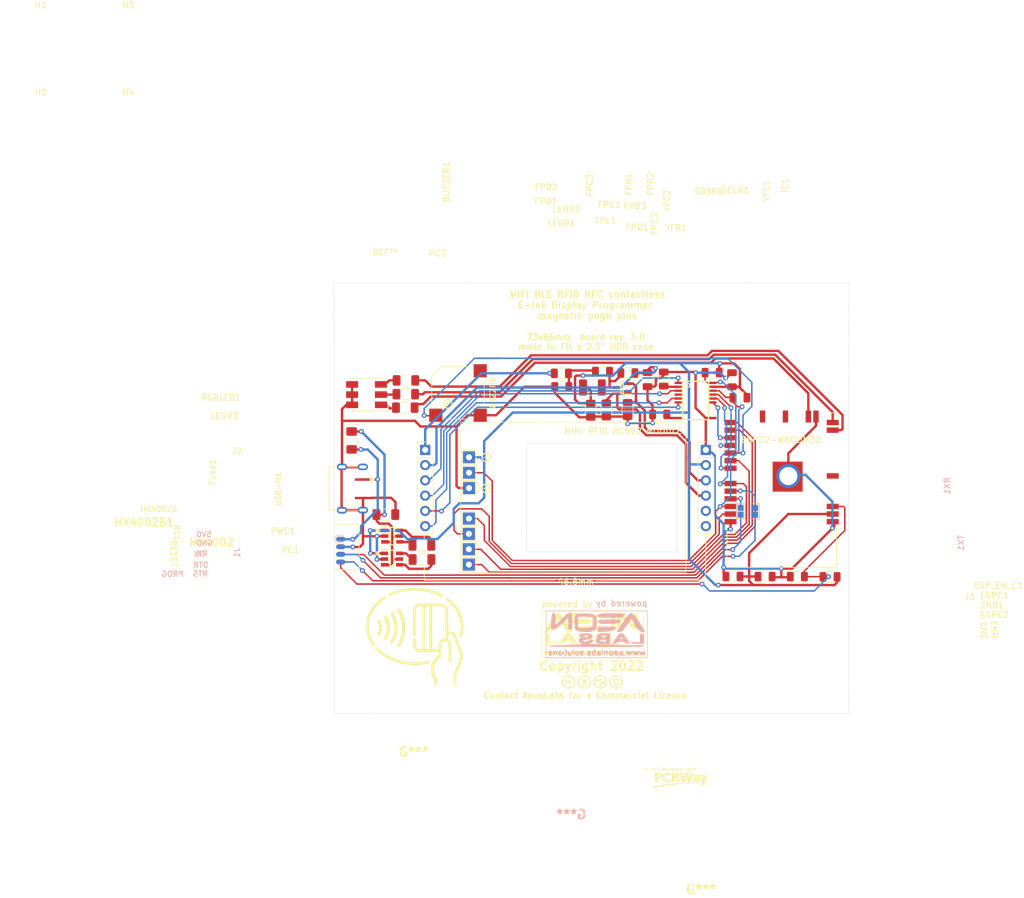
<source format=kicad_pcb>
(kicad_pcb (version 20211014) (generator pcbnew)
  (layers (0 "F.Cu" signal) (31 "B.Cu" signal) (34 "B.Paste" user) (35 "F.Paste" user) (36 "B.SilkS" user "B.Silkscreen") (37 "F.SilkS" user "F.Silkscreen") (38 "B.Mask" user) (39 "F.Mask" user) (44 "Edge.Cuts" user))
  (net 0 "")
  (net 1 "Net-(HX4002B1-Pad4)")
  (net 2 "Net-(HX4002B1-Pad6)")
  (net 3 "/IO05_BUZ")
  (net 5 "/GND")
  (net 6 "/5V0")
  (net 7 "/3V3")
  (net 8 "/IO01TX")
  (net 9 "/IO14_LED_B")
  (net 10 "/IO12_LED_G")
  (net 11 "/IO13_LED_R")
  (net 13 "/IO16_EINK_CS")
  (net 14 "/IO0_BOOT_DTR")
  (net 15 "/IO17_EINK_RES")
  (net 16 "/IO18_RF_SCK")
  (net 17 "/RST_EN_RTS")
  (net 18 "/IO03RX")
  (net 19 "/IO21_RF_MISO")
  (net 20 "/IO22_RF_RST")
  (net 21 "/IO23_RF_MOSI")
  (net 22 "/IO04_RF_SDA")
  (net 37 "/IO19_EINK_BUSY")
  (net 43 "/5V0F")
  (net 44 "/TX_IN")
  (net 45 "/RX_IN")
  (net 46 "Net-(FPC1-Pad1)")
  (net 47 "Net-(FPC1-Pad2)")
  (net 48 "/PREVGH")
  (net 49 "/PREVGL")
  (net 50 "/GDR")
  (net 51 "/RESE")
  (net 52 "Net-(Fuse1-Pad2)")
  (net 53 "Net-(HX4002-Pad4)")
  (net 54 "Net-(HX4002-Pad6)")
  (net 55 "/SDI")
  (net 56 "/1V8")
  (net 57 "/SCLK")
  (net 58 "/BUSY")
  (net 59 "/RES")
  (net 60 "/CS")
  (net 64 "Net-(IC1-Pad10)")
  (net 70 "Net-(LEDR1-Pad1)")
  (net 71 "Net-(LEDR2-Pad1)")
  (net 72 "Net-(LEDR3-Pad1)")
  (footprint "TestPoint:TestPoint_THTPad_2.0x2.0mm_Drill1.0mm" (layer "F.Cu") (at 122.86 108.31 180)
    (fp_text reference "ID3V3" hide)
    (fp_text value "RFID3v3")
  )
  (footprint "TestPoint:TestPoint_THTPad_2.0x2.0mm_Drill1.0mm" (layer "F.Cu") (at 122.87 113.44 180)
    (fp_text reference "IDGND1" hide)
    (fp_text value "RFIDGND")
  )
  (footprint "TestPoint:TestPoint_THTPad_2.0x2.0mm_Drill1.0mm" (layer "F.Cu") (at 122.85 118.52 180)
    (fp_text reference "IDMISO1" hide)
    (fp_text value "RFIDMISO")
  )
  (footprint "TestPoint:TestPoint_THTPad_2.0x2.0mm_Drill1.0mm" (layer "F.Cu") (at 122.84 121.07 180)
    (fp_text reference "IDMOSI1" hide)
    (fp_text value "RFIDMOSI")
  )
  (footprint "TestPoint:TestPoint_THTPad_2.0x2.0mm_Drill1.0mm" (layer "F.Cu") (at 122.87 110.89 180)
    (fp_text reference "IDRST1" hide)
    (fp_text value "RFIDRST")
  )
  (footprint "TestPoint:TestPoint_THTPad_2.0x2.0mm_Drill1.0mm" (layer "F.Cu") (at 122.84 123.63 180)
    (fp_text reference "IDSCK1" hide)
    (fp_text value "RFIDSCK")
  )
  (footprint "TestPoint:TestPoint_THTPad_2.0x2.0mm_Drill1.0mm" (layer "F.Cu") (at 122.84 126.18 180)
    (fp_text reference "IDSDA1" hide)
    (fp_text value "RFIDSDA")
  )
  (footprint "Fuse:Fuse_1206_3216Metric_Pad1.42x1.75mm_HandSolder" (layer "F.Cu") (at 103.33 105.51 -90)
    (fp_text reference "Fuse1")
    (fp_text value "Polyfuse")
  )
  (footprint "AeonLabs:Micro_USB_pcb_socket_5pin_4weld_points" (layer "F.Cu") (at 102.74 113.34 -90)
    (fp_text reference "USB-M1")
    (fp_text value "USB-M")
  )
  (footprint "MountingHole:MountingHole_6.5mm" (layer "F.Cu") (at 51.59 40.52)
    (fp_text reference "H1")
    (fp_text value "MountingHole")
  )
  (footprint "AeonLabs:pcbWay Logo Collab" (layer "F.Cu") (at 157.32 161.64)
    (fp_text reference "G***")
    (fp_text value "LOGO" hide)
  )
  (footprint "Resistor_SMD:R_1206_3216MetricTrue" (layer "F.Cu") (at 145.71 100.43 -90)
    (fp_text reference "FPR1")
    (fp_text value "10k")
  )
  (footprint "RF_Module:ESP32-WROOM-32" (layer "F.Cu") (at 174.89 110.78 180)
    (fp_text reference "ESP32-WROOM32")
    (fp_text value "ESP32-WROOM-32")
  )
  (footprint "Capacitor_SMD:C_1206_3216MetricTrue" (layer "F.Cu") (at 149.295 94.285)
    (fp_text reference "FPD3")
    (fp_text value "DIODE")
  )
  (footprint "AeonLabs:aeon logo www" (layer "F.Cu") (at 143.44 137.717666)
    (fp_text reference "G***" hide)
    (fp_text value "LOGO" hide)
  )
  (footprint "Capacitor_SMD:C_1206_3216MetricTrue" (layer "F.Cu") (at 143.13 100.47 -90)
    (fp_text reference "FPC3")
    (fp_text value "4.7uF")
  )
  (footprint "Capacitor_SMD:C_1206_3216MetricTrue" (layer "F.Cu") (at 172.13 128.18)
    (fp_text reference "ESPC1")
    (fp_text value "0.1uF")
  )
  (footprint "Capacitor_SMD:C_1206_3216Metric_Pad1.33x1.80mm_HandSolder" (layer "F.Cu") (at 109.02 117.85)
    (fp_text reference "PWC1")
    (fp_text value "0.1pF")
  )
  (footprint "Capacitor_SMD:C_1210_3225Metric_Pad1.33x2.70mm_HandSolder" (layer "F.Cu") (at 143.4 96.685)
    (fp_text reference "FPL1")
    (fp_text value "1uH 1A")
  )
  (footprint "MountingHole:MountingHole_6.5mm" (layer "F.Cu") (at 51.59 55.07)
    (fp_text reference "H2")
    (fp_text value "MountingHole")
  )
  (footprint "Resistor_SMD:R_1206_3216MetricTrue" (layer "F.Cu") (at 163.32 94.2175)
    (fp_text reference "SDAR1")
    (fp_text value "10k")
  )
  (footprint "AeonLabs:HX4002 SOT95 P280X125-6N" (layer "F.Cu") (at 110.0625 121.46)
    (fp_text reference "HX4002")
    (fp_text value "HX4002" hide)
  )
  (footprint "Capacitor_SMD:C_1206_3216MetricTrue" (layer "F.Cu") (at 177.5 128.18)
    (fp_text reference "ESP_EN_C1")
    (fp_text value "0.1uF")
  )
  (footprint "Capacitor_SMD:C_1206_3216Metric_Pad1.33x1.80mm_HandSolder" (layer "F.Cu") (at 115.04 125.33)
    (fp_text reference "PC2")
    (fp_text value "0.1pF")
  )
  (footprint "Capacitor_SMD:C_1206_3216MetricTrue" (layer "F.Cu") (at 145.07 94.035)
    (fp_text reference "FPC1")
    (fp_text value "4.7uF")
  )
  (footprint "Capacitor_SMD:C_1206_3216MetricTrue" (layer "F.Cu") (at 166.625 95.4075 90)
    (fp_text reference "YFC1")
    (fp_text value "0.1uF")
  )
  (footprint "AeonLabs:HX4002 SOT95 P280X125-6N" (layer "F.Cu") (at 110.02 125.28)
    (fp_text reference "HX4002B1")
    (fp_text value "HX4002" hide)
  )
  (footprint "Connector_PinHeader_2.54mm:PinHeader_1x06_P2.54mm_Vertical" (layer "F.Cu") (at 115.57 107.08)
    (fp_text reference "J2")
    (fp_text value "Conn_01x06_Female")
  )
  (footprint "Capacitor_SMD:C_1206_3216MetricTrue" (layer "F.Cu") (at 155.265 95.2925 90)
    (fp_text reference "YFC2")
    (fp_text value "0.1uF")
  )
  (footprint "Connector_PinHeader_2.54mm:PinHeader_1x06_P2.54mm_Vertical" (layer "F.Cu") (at 162.28 107.08)
    (fp_text reference "J3")
    (fp_text value "Conn_01x06_Female")
  )
  (footprint "Resistor_SMD:R_1206_3216MetricTrue" (layer "F.Cu") (at 149.26 100.355 -90)
    (fp_text reference "FPR2")
    (fp_text value "3k")
  )
  (footprint "AeonLabs:Contactless RFID" (layer "F.Cu") (at 113.85 138.16)
    (fp_text reference "G***")
    (fp_text value "LOGO" hide)
  )
  (footprint "Resistor_SMD:R_1206_3216Metric_Pad1.30x1.75mm_HandSolder" (layer "F.Cu") (at 112.36 95.51)
    (fp_text reference "LEDR1")
    (fp_text value "330R")
  )
  (footprint "MountingHole:MountingHole_5.3mm_M5" (layer "F.Cu") (at 108.42 82.88)
    (fp_text reference "REF**")
    (fp_text value "MountingHole_5.3mm_M5")
  )
  (footprint "AeonLabs:TXS0108E_YF08E_PW_R-PDSO-G20" (layer "F.Cu") (at 160.525 98.8875)
    (fp_text reference "IC1")
    (fp_text value "TXS0108E")
  )
  (footprint "Resistor_SMD:R_1206_3216MetricTrue" (layer "F.Cu") (at 167.95 98.3975)
    (fp_text reference "SCLR1")
    (fp_text value "10k")
  )
  (footprint "Capacitor_SMD:C_1206_3216MetricTrue" (layer "F.Cu") (at 152.57 95.37 -90)
    (fp_text reference "FPC2")
    (fp_text value "4.7uF")
  )
  (footprint "Capacitor_SMD:C_1206_3216MetricTrue" (layer "F.Cu") (at 166.8 128.16 180)
    (fp_text reference "ESPC2")
    (fp_text value "22uF")
  )
  (footprint "Resistor_SMD:R_1206_3216MetricTrue" (layer "F.Cu") (at 154.595 101.18 180)
    (fp_text reference "YFR1")
    (fp_text value "330")
  )
  (footprint "MountingHole:MountingHole_6.5mm" (layer "F.Cu") (at 66.14 55.07)
    (fp_text reference "H4")
    (fp_text value "MountingHole")
  )
  (footprint "Resistor_SMD:R_1206_3216Metric_Pad1.30x1.75mm_HandSolder" (layer "F.Cu") (at 112.26 100.05)
    (fp_text reference "LEDR3")
    (fp_text value "330R")
  )
  (footprint "MountingHole:MountingHole_6.5mm" (layer "F.Cu") (at 66.14 40.52)
    (fp_text reference "H3")
    (fp_text value "MountingHole")
  )
  (footprint "Capacitor_SMD:C_1206_3216MetricTrue" (layer "F.Cu") (at 138.315 96.59 180)
    (fp_text reference "FPD2")
    (fp_text value "DIODE")
  )
  (footprint "Resistor_SMD:R_1206_3216MetricTrue" (layer "F.Cu") (at 182.95 128.22 180)
    (fp_text reference "ENR1")
    (fp_text value "10k")
  )
  (footprint "Buzzer_Beeper:MagneticBuzzer_Kobitone_254-EMB84Q-RO" (layer "F.Cu") (at 121.03 97.61 90)
    (fp_text reference "BUZZER1")
    (fp_text value "Buzzer")
  )
  (footprint "AeonLabs:SI1308EDL-T1-GE3_SOT65P210X110-3N" (layer "F.Cu") (at 148.35 96.695 180)
    (fp_text reference "FPQ1")
    (fp_text value "SI1308EDL-T1-GE3")
  )
  (footprint "" (layer "F.Cu") (at 108.47 147.29)
    (fp_text reference "")
    (fp_text value "")
  )
  (footprint "Resistor_SMD:R_1206_3216Metric_Pad1.30x1.75mm_HandSolder" (layer "F.Cu") (at 112.34 97.81)
    (fp_text reference "LEDR2")
    (fp_text value "330R")
  )
  (footprint "Capacitor_SMD:C_1206_3216MetricTrue" (layer "F.Cu") (at 138.23 94.34)
    (fp_text reference "FPD1")
    (fp_text value "DIODE")
  )
  (footprint "LED_SMD:LED_RGB_5050-6" (layer "F.Cu") (at 105.81 97.88 180)
    (fp_text reference "RGBLED1")
    (fp_text value "LED_RGB")
  )
  (footprint "AeonLabs:aeon creative commons logos" (layer "F.Cu") (at 143.37 145.68)
    (fp_text reference "G***" hide)
    (fp_text value "LOGO" hide)
  )
  (footprint "Capacitor_SMD:C_1206_3216Metric_Pad1.33x1.80mm_HandSolder" (layer "F.Cu") (at 115.02 122.97 180)
    (fp_text reference "PC1")
    (fp_text value "0.1pF")
  )
  (footprint "AeonLabs:aeon logo www" (layer "B.Cu") (at 144.120001 137.757666 180)
    (fp_text reference "G***")
    (fp_text value "LOGO" hide)
  )
  (footprint "Connector:SOIC_clipProgSmall" (layer "B.Cu") (at 100.7605 123.84 90)
    (fp_text reference "J1")
    (fp_text value "Conn_01x08_Male")
  )
  (footprint "TestPoint:TestPoint_Pad_Bridge_1.0x1.0mm" (layer "B.Cu") (at 168.07 117.865 90)
    (fp_text reference "RX1")
    (fp_text value "RX1")
  )
  (footprint "TestPoint:TestPoint_Pad_Bridge_1.0x1.0mm" (layer "B.Cu") (at 170.46 117.875 90)
    (fp_text reference "TX1")
    (fp_text value "TX1")
  )
  (gr_line (start 121.48 127.52) (end 158.92 127.46) (layer "F.SilkS") (width 0.1))
  (gr_line (start 121.48 127.52) (end 121.45 102.5) (layer "F.SilkS") (width 0.1))
  (gr_circle (center 125.73 108.33) (end 126.444923 108.31) (layer "F.SilkS") (width 0.2) (fill none))
  (gr_line (start 100.49 119.47) (end 104.55 119.47) (layer "F.SilkS") (width 0.12))
  (gr_line (start 121.45 102.5) (end 158.95 102.44) (layer "F.SilkS") (width 0.1))
  (gr_line (start 162.22 128.76) (end 143.91 128.76) (layer "F.SilkS") (width 0.12))
  (gr_line (start 115.42 128.77) (end 115.42 126.7) (layer "F.SilkS") (width 0.12))
  (gr_circle (center 106.77 111.99) (end 106.98587 111.99) (layer "F.SilkS") (width 0.4) (fill none))
  (gr_circle (center 125.71 113.49) (end 126.424923 113.47) (layer "F.SilkS") (width 0.2) (fill none))
  (gr_line (start 115.42 121.85) (end 115.42 121.38) (layer "F.SilkS") (width 0.12))
  (gr_line (start 104.55 119.47) (end 104.55 127.05) (layer "F.SilkS") (width 0.12))
  (gr_line (start 115.42 124.29) (end 115.42 124.01) (layer "F.SilkS") (width 0.12))
  (gr_line (start 137.09 128.72) (end 118.78 128.74) (layer "F.SilkS") (width 0.12))
  (gr_line (start 162.28 121.52) (end 162.22 128.76) (layer "F.SilkS") (width 0.12))
  (gr_line (start 104.55 127.05) (end 100.5 127.05) (layer "F.SilkS") (width 0.12))
  (gr_line (start 118.78 128.74) (end 115.42 128.77) (layer "F.SilkS") (width 0.12))
  (gr_circle (center 119.34 99.435202) (end 120.054923 99.415202) (layer "F.SilkS") (width 0.2) (fill none))
  (gr_line (start 158.98 127.46) (end 158.95 102.44) (layer "F.SilkS") (width 0.1))
  (gr_line (start 100.43 150.93) (end 186.08 150.94) (layer "Edge.Cuts") (width 0.05))
  (gr_line (start 100.4 79.27) (end 100.43 150.93) (layer "Edge.Cuts") (width 0.05))
  (gr_line (start 132.43 124.07) (end 157.43 124.08) (layer "Edge.Cuts") (width 0.05))
  (gr_line (start 132.44 106.05) (end 132.43 124.07) (layer "Edge.Cuts") (width 0.05))
  (gr_line (start 157.44 106.06) (end 157.43 124.08) (layer "Edge.Cuts") (width 0.05))
  (gr_line (start 132.44 106.05) (end 157.44 106.06) (layer "Edge.Cuts") (width 0.05))
  (gr_line (start 100.4 79.27) (end 186.11 79.28) (layer "Edge.Cuts") (width 0.05))
  (gr_line (start 186.11 79.28) (end 186.08 150.94) (layer "Edge.Cuts") (width 0.05))
  (gr_text "GND\n" (at 78.83 122.59) (layer "B.SilkS") (effects (font (size 0.9 0.9)) (justify mirror)))
  (gr_text "TX" (at 77.84 124.45) (layer "B.SilkS") (effects (font (size 0.9 0.9)) (justify mirror)))
  (gr_text "powered by" (at 148.29 132.62) (layer "B.SilkS") (effects (font (size 1 1)) (justify mirror)))
  (gr_text "RX" (at 78.45 124.36) (layer "B.SilkS") (effects (font (size 0.9 0.9)) (justify mirror)))
  (gr_text "PROG" (at 73.54 127.76) (layer "B.SilkS") (effects (font (size 0.9 0.9)) (justify mirror)))
  (gr_text "5V0" (at 78.78 121.15) (layer "B.SilkS") (effects (font (size 0.9 0.9)) (justify mirror)))
  (gr_text "RTS" (at 78.14 127.71) (layer "B.SilkS") (effects (font (size 0.9 0.9)) (justify mirror)))
  (gr_text "DTR" (at 78.22 126.28) (layer "B.SilkS") (effects (font (size 0.9 0.9)) (justify mirror)))
  (gr_text "73x86mm  board rev. 1.0\nmade to Fit a 2.5{dblquote} HDD case" (at 142.31 89.09) (layer "F.SilkS") (effects (font (size 1 1) (thickness 0.2))))
  (gr_text "MINI RFID RC522 MODULE" (at 148.52 103.95) (layer "F.SilkS") (effects (font (size 1 1))))
  (gr_text "Copyright 2022 " (at 143.84 143.08) (layer "F.SilkS") (effects (font (size 1.5 1.5) (thickness 0.3))))
  (gr_text "Contact AeonLabs for a Commercial License" (at 142.23 147.96) (layer "F.SilkS") (effects (font (size 1 1) (thickness 0.2))))
  (gr_text "WIFI BLE RFID NFC contactless\nE-Ink Display Programmer \nmagnetic pogo pins" (at 142.56 82.97) (layer "F.SilkS") (effects (font (size 1.1 1.1) (thickness 0.2))))
  (gr_text "+" (at 125.73 108.284798) (layer "F.SilkS") (effects (font (size 1 1))))
  (gr_text "46.8mm" (at 140.67 129.03) (layer "F.SilkS") (effects (font (size 1 1))))
  (gr_text "BUZZER" (at 126.74 97.55 -90) (layer "F.SilkS") (effects (font (size 0.9 0.9))))
  (gr_text "RESET" (at 73.73 124.33 -90) (layer "F.SilkS") (effects (font (size 1 1))))
  (gr_text "+" (at 119.33 99.33) (layer "F.SilkS") (effects (font (size 1 1))))
  (gr_text "RC1" (at 74.25 120.9 -90) (layer "F.SilkS") (effects (font (size 0.9 0.9))))
  (gr_text "ENC" (at 208.5 137.19 -90) (layer "F.SilkS") (effects (font (size 1 1))))
  (gr_text "powered by" (at 139.15 132.77) (layer "F.SilkS") (effects (font (size 1 1))))
  (gr_text "HX4002B" (at 71.22 116.92) (layer "F.SilkS") (effects (font (size 0.9 0.9))))
  (gr_text "ENR" (at 210.29 136.97 -90) (layer "F.SilkS") (effects (font (size 1 1))))
  (gr_text "-" (at 125.71 113.415202) (layer "F.SilkS") (effects (font (size 1 1))))
  (segment (start 116.6025 125.33) (end 116.6025 126.3475) (width 0.4) (layer "F.Cu") (net 1))
  (segment (start 116.07 126.88) (end 112.89 126.88) (width 0.4) (layer "F.Cu") (net 1))
  (segment (start 112.22 126.21) (end 111.31 126.21) (width 0.4) (layer "F.Cu") (net 1))
  (segment (start 116.6025 126.3475) (end 116.07 126.88) (width 0.4) (layer "F.Cu") (net 1))
  (segment (start 112.89 126.88) (end 112.22 126.21) (width 0.4) (layer "F.Cu") (net 1))
  (segment (start 113.3775 125.3275) (end 113.48 125.3275) (width 0.4) (layer "F.Cu") (net 2))
  (segment (start 111.31 124.31) (end 112.36 124.31) (width 0.4) (layer "F.Cu") (net 2))
  (segment (start 112.36 124.31) (end 113.3775 125.3275) (width 0.4) (layer "F.Cu") (net 2))
  (segment (start 166.39 107.605) (end 168.465 107.605) (width 0.25) (layer "F.Cu") (net 3))
  (segment (start 115.37 101.4) (end 117.37 101.4) (width 0.25) (layer "F.Cu") (net 3))
  (via (at 115.4 101.36) (size 0.8) (drill 0.4) (layers "F.Cu" "B.Cu") (net 3))
  (via (at 168.465 107.605) (size 0.8) (drill 0.4) (layers "F.Cu" "B.Cu") (net 3))
  (segment (start 169.93 99.83) (end 169.93 95.84) (width 0.25) (layer "B.Cu") (net 3))
  (segment (start 168.465 107.605) (end 168.465 101.295) (width 0.25) (layer "B.Cu") (net 3))
  (segment (start 168.465 101.295) (end 169.93 99.83) (width 0.25) (layer "B.Cu") (net 3))
  (segment (start 169.93 95.84) (end 165.92 91.83) (width 0.25) (layer "B.Cu") (net 3))
  (segment (start 165.92 91.83) (end 127.82 91.83) (width 0.25) (layer "B.Cu") (net 3))
  (segment (start 115.4 101.36) (end 115.4 100.21) (width 0.25) (layer "B.Cu") (net 3))
  (segment (start 127.82 91.83) (end 124.97 91.83) (width 0.25) (layer "B.Cu") (net 3))
  (segment (start 115.4 100.21) (end 123.78 91.83) (width 0.25) (layer "B.Cu") (net 3))
  (segment (start 123.78 91.83) (end 127.82 91.83) (width 0.25) (layer "B.Cu") (net 3))
  (segment (start 124.97 91.83) (end 124.66 91.83) (width 0.25) (layer "B.Cu") (net 3))
  (segment (start 149.26 101.535) (end 143.245 101.535) (width 0.4) (layer "F.Cu") (net 5))
  (segment (start 152.57 96.55) (end 153.7225 96.55) (width 0.4) (layer "F.Cu") (net 5))
  (segment (start 109.9 115.06) (end 106.76 115.06) (width 0.4) (layer "F.Cu") (net 5))
  (segment (start 180.605 101.525) (end 180.605 103.065) (width 0.4) (layer "F.Cu") (net 5))
  (segment (start 160.57 100.085) (end 162.265 101.78) (width 0.4) (layer "F.Cu") (net 5))
  (segment (start 137.135 97.575) (end 141.21 101.65) (width 0.4) (layer "F.Cu") (net 5))
  (segment (start 166.5325 94.2275) (end 165.57 95.19) (width 0.4) (layer "F.Cu") (net 5))
  (segment (start 155.265 94.655) (end 155.265 94.1125) (width 0.4) (layer "F.Cu") (net 5))
  (segment (start 121.13 113.44) (end 122.87 113.44) (width 0.4) (layer "F.Cu") (net 5))
  (segment (start 166.625 94.2275) (end 166.625 94.035) (width 0.4) (layer "F.Cu") (net 5))
  (segment (start 166.625 94.2275) (end 166.5325 94.2275) (width 0.4) (layer "F.Cu") (net 5))
  (segment (start 183.34 120.13) (end 176.63 126.84) (width 0.4) (layer "F.Cu") (net 5))
  (segment (start 105.22 115.125) (end 105.22 116.795) (width 0.4) (layer "F.Cu") (net 5))
  (segment (start 173.6975 128.28) (end 175.9425 128.28) (width 0.4) (layer "F.Cu") (net 5))
  (segment (start 153.41 101.1475) (end 153.41 99.6725) (width 0.4) (layer "F.Cu") (net 5))
  (segment (start 174.84 126.84) (end 174.84 128.27) (width 0.4) (layer "F.Cu") (net 5))
  (segment (start 101.68 117.17) (end 101.66 117.19) (width 0.25) (layer "F.Cu") (net 5))
  (segment (start 104.68 123.25) (end 105.21 122.72) (width 0.4) (layer "F.Cu") (net 5))
  (segment (start 153.7225 96.55) (end 153.955 96.3175) (width 0.4) (layer "F.Cu") (net 5))
  (segment (start 120.79 103.18) (end 114.79 103.18) (width 0.4) (layer "F.Cu") (net 5))
  (segment (start 162.265 107.475) (end 162.27 107.48) (width 0.4) (layer "F.Cu") (net 5))
  (segment (start 166.39 119.035) (end 166.39 120.28) (width 0.4) (layer "F.Cu") (net 5))
  (segment (start 103.5045 123.25) (end 104.68 123.25) (width 0.4) (layer "F.Cu") (net 5))
  (segment (start 101.73 109.91) (end 101.73 102.24) (width 0.4) (layer "F.Cu") (net 5))
  (segment (start 105.25 121.47) (end 105.21 121.43) (width 0.4) (layer "F.Cu") (net 5))
  (segment (start 143.245 101.535) (end 143.13 101.65) (width 0.4) (layer "F.Cu") (net 5))
  (segment (start 102.44 99.58) (end 103.41 99.58) (width 0.4) (layer "F.Cu") (net 5))
  (segment (start 105.21 121.43) (end 105.21 117.11) (width 0.4) (layer "F.Cu") (net 5))
  (segment (start 162.265 101.78) (end 162.265 107.475) (width 0.4) (layer "F.Cu") (net 5))
  (segment (start 108.6425 125.31) (end 107.54 125.31) (width 0.4) (layer "F.Cu") (net 5))
  (segment (start 176.63 126.84) (end 174.84 126.84) (width 0.4) (layer "F.Cu") (net 5))
  (segment (start 127.36 101.31) (end 124.73 101.31) (width 0.4) (layer "F.Cu") (net 5))
  (segment (start 122.66 101.31) (end 120.79 103.18) (width 0.4) (layer "F.Cu") (net 5))
  (segment (start 153.955 95.415) (end 154.26 95.11) (width 0.4) (layer "F.Cu") (net 5))
  (segment (start 183.66 119.035) (end 183.66 119.81) (width 0.4) (layer "F.Cu") (net 5))
  (segment (start 110.635 117.88) (end 110.635 115.795) (width 0.4) (layer "F.Cu") (net 5))
  (segment (start 104.87 116.77) (end 105.21 117.11) (width 0.4) (layer "F.Cu") (net 5))
  (segment (start 105.16 117.11) (end 101.7 117.11) (width 0.4) (layer "F.Cu") (net 5))
  (segment (start 107.54 121.47) (end 105.25 121.47) (width 0.4) (layer "F.Cu") (net 5))
  (segment (start 149.26 101.535) (end 149.26 102.64) (width 0.4) (layer "F.Cu") (net 5))
  (segment (start 120.79 113.1) (end 121.13 113.44) (width 0.4) (layer "F.Cu") (net 5))
  (segment (start 160.57 94.23) (end 160.57 100.085) (width 0.4) (layer "F.Cu") (net 5))
  (segment (start 162.265 101.78) (end 163.255 101.78) (width 0.4) (layer "F.Cu") (net 5))
  (segment (start 120.79 103.18) (end 120.79 113.1) (width 0.4) (layer "F.Cu") (net 5))
  (segment (start 102.4 109.835) (end 102.38 109.815) (width 0.25) (layer "F.Cu") (net 5))
  (segment (start 154.81 95.11) (end 155.265 94.655) (width 0.4) (layer "F.Cu") (net 5))
  (segment (start 153.415 101.18) (end 153.415 102.525) (width 0.4) (layer "F.Cu") (net 5))
  (segment (start 165.2375 128.16) (end 165.2375 126.6425) (width 0.4) (layer "F.Cu") (net 5))
  (segment (start 137.5 96.575) (end 132.095 96.575) (width 0.4) (layer "F.Cu") (net 5))
  (segment (start 155.265 94.1125) (end 160.4525 94.1125) (width 0.4) (layer "F.Cu") (net 5))
  (segment (start 101.73 102.24) (end 113.85 102.24) (width 0.4) (layer "F.Cu") (net 5))
  (segment (start 110.635 115.795) (end 109.9 115.06) (width 0.4) (layer "F.Cu") (net 5))
  (segment (start 153.955 96.3175) (end 153.955 95.415) (width 0.4) (layer "F.Cu") (net 5))
  (segment (start 154.26 95.11) (end 154.81 95.11) (width 0.4) (layer "F.Cu") (net 5))
  (segment (start 180.605 103.065) (end 176.01 107.66) (width 0.4) (layer "F.Cu") (net 5))
  (segment (start 106.64 115.1) (end 105.26 115.1) (width 0.4) (layer "F.Cu") (net 5))
  (segment (start 113.85 102.24) (end 114.79 103.18) (width 0.4) (layer "F.Cu") (net 5))
  (segment (start 152.57 98.8325) (end 152.57 96.55) (width 0.4) (layer "F.Cu") (net 5))
  (segment (start 132.095 96.575) (end 127.36 101.31) (width 0.4) (layer "F.Cu") (net 5))
  (segment (start 101.66 117.19) (end 101.66 109.97) (width 0.4) (layer "F.Cu") (net 5))
  (segment (start 137.135 96.59) (end 137.135 97.575) (width 0.4) (layer "F.Cu") (net 5))
  (segment (start 160.4525 94.1125) (end 160.57 94.23) (width 0.4) (layer "F.Cu") (net 5))
  (segment (start 124.73 101.31) (end 122.66 101.31) (width 0.4) (layer "F.Cu") (net 5))
  (segment (start 101.73 100.29) (end 102.44 99.58) (width 0.4) (layer "F.Cu") (net 5))
  (segment (start 101.595 109.97) (end 105.245 109.97) (width 0.4) (layer "F.Cu") (net 5))
  (segment (start 101.73 102.24) (end 101.73 100.29) (width 0.4) (layer "F.Cu") (net 5))
  (segment (start 103.41 96.18) (end 103.41 99.58) (width 0.4) (layer "F.Cu") (net 5))
  (segment (start 105.21 122.72) (end 105.21 121.43) (width 0.4) (layer "F.Cu") (net 5))
  (segment (start 176.01 107.66) (end 176.01 111.44) (width 0.4) (layer "F.Cu") (net 5))
  (segment (start 141.21 101.65) (end 143.13 101.65) (width 0.4) (layer "F.Cu") (net 5))
  (segment (start 183.66 119.81) (end 183.34 120.13) (width 0.4) (layer "F.Cu") (net 5))
  (segment (start 108.6425 121.47) (end 107.54 121.47) (width 0.4) (layer "F.Cu") (net 5))
  (segment (start 153.41 99.6725) (end 152.57 98.8325) (width 0.4) (layer "F.Cu") (net 5))
  (via (at 166.39 120.28) (size 0.8) (drill 0.4) (layers "F.Cu" "B.Cu") (net 5))
  (via (at 165.2375 126.6425) (size 0.8) (drill 0.4) (layers "F.Cu" "B.Cu") (net 5))
  (via (at 165.59 95.12) (size 0.8) (drill 0.4) (layers "F.Cu" "B.Cu") (net 5))
  (via (at 183.34 120.13) (size 0.8) (drill 0.4) (layers "F.Cu" "B.Cu") (net 5))
  (via (at 176.01 111.44) (size 4) (drill 3) (layers "F.Cu" "B.Cu") (net 5))
  (via (at 153.41 102.61) (size 0.8) (drill 0.4) (layers "F.Cu" "B.Cu") (net 5))
  (via (at 174.84 126.84) (size 0.8) (drill 0.4) (layers "F.Cu" "B.Cu") (net 5))
  (via (at 103.5045 123.25) (size 0.8) (drill 0.4) (layers "F.Cu" "B.Cu") (net 5))
  (via (at 107.54 125.31) (size 0.8) (drill 0.4) (layers "F.Cu" "B.Cu") (net 5))
  (via (at 107.54 121.47) (size 0.8) (drill 0.4) (layers "F.Cu" "B.Cu") (net 5))
  (via (at 160.57 94.23) (size 0.8) (drill 0.4) (layers "F.Cu" "B.Cu") (net 5))
  (via (at 149.27 102.75) (size 0.8) (drill 0.4) (layers "F.Cu" "B.Cu") (net 5))
  (segment (start 101.5795 123.235) (end 103.3395 123.235) (width 0.4) (layer "B.Cu") (net 5))
  (segment (start 164.53 94.23) (end 163.66 94.23) (width 0.4) (layer "B.Cu") (net 5))
  (segment (start 166.39 120.28) (end 166 120.28) (width 0.4) (layer "B.Cu") (net 5))
  (segment (start 149.41 102.61) (end 149.27 102.75) (width 0.4) (layer "B.Cu") (net 5))
  (segment (start 178.87 111.24) (end 183.34 115.71) (width 0.4) (layer "B.Cu") (net 5))
  (segment (start 163.66 94.23) (end 164.61 94.23) (width 0.4) (layer "B.Cu") (net 5))
  (segment (start 174.84 126.84) (end 165.44 126.84) (width 0.4) (layer "B.Cu") (net 5))
  (segment (start 163.75 117.93) (end 163.75 108.01) (width 0.4) (layer "B.Cu") (net 5))
  (segment (start 165.2375 119.4175) (end 163.75 117.93) (width 0.4) (layer "B.Cu") (net 5))
  (segment (start 165.2375 121.4975) (end 165.2375 126.6425) (width 0.4) (layer "B.Cu") (net 5))
  (segment (start 153.41 102.61) (end 149.41 102.61) (width 0.4) (layer "B.Cu") (net 5))
  (segment (start 164.61 94.23) (end 165.57 95.19) (width 0.4) (layer "B.Cu") (net 5))
  (segment (start 176.63 111.24) (end 178.87 111.24) (width 0.4) (layer "B.Cu") (net 5))
  (segment (start 163.66 94.23) (end 160.57 94.23) (width 0.4) (layer "B.Cu") (net 5))
  (segment (start 165.2375 121.4975) (end 165.2375 119.4175) (width 0.4) (layer "B.Cu") (net 5))
  (segment (start 166 120.28) (end 165.2375 121.0425) (width 0.4) (layer "B.Cu") (net 5))
  (segment (start 163.75 108.01) (end 163.22 107.48) (width 0.4) (layer "B.Cu") (net 5))
  (segment (start 165.44 126.84) (end 165.24 126.64) (width 0.4) (layer "B.Cu") (net 5))
  (segment (start 165.2375 121.0425) (end 165.2375 121.4975) (width 0.4) (layer "B.Cu") (net 5))
  (segment (start 163.22 107.48) (end 162.27 107.48) (width 0.4) (layer "B.Cu") (net 5))
  (segment (start 183.34 115.71) (end 183.34 120.13) (width 0.4) (layer "B.Cu") (net 5))
  (segment (start 107.54 125.31) (end 107.54 121.47) (width 0.4) (layer "B.Cu") (net 5))
  (segment (start 110.06 121.86) (end 110.06 122.55) (width 0.4) (layer "F.Cu") (net 6))
  (segment (start 110.06 119.93) (end 109.49 119.36) (width 0.4) (layer "F.Cu") (net 6))
  (segment (start 110.06 122.55) (end 110.06 125.91) (width 0.4) (layer "F.Cu") (net 6))
  (segment (start 107.94 119.36) (end 107.51 118.93) (width 0.4) (layer "F.Cu") (net 6))
  (segment (start 107.51 118.93) (end 107.51 117.88) (width 0.4) (layer "F.Cu") (net 6))
  (segment (start 111.1425 125.31) (end 110.1225 125.31) (width 0.4) (layer "F.Cu") (net 6))
  (segment (start 109.5925 126.26) (end 108.6425 126.26) (width 0.4) (layer "F.Cu") (net 6))
  (segment (start 110.46 121.46) (end 110.06 121.86) (width 0.4) (layer "F.Cu") (net 6))
  (segment (start 103.33 104.0225) (end 104.9475 104.0225) (width 0.4) (layer "F.Cu") (net 6))
  (segment (start 110.05 125.94) (end 109.71 126.28) (width 0.4) (layer "F.Cu") (net 6))
  (segment (start 110.06 121.86) (end 110.06 119.93) (width 0.4) (layer "F.Cu") (net 6))
  (segment (start 111.27 121.46) (end 110.46 121.46) (width 0.4) (layer "F.Cu") (net 6))
  (segment (start 108.77 122.41) (end 109.92 122.41) (width 0.4) (layer "F.Cu") (net 6))
  (segment (start 109.49 119.36) (end 107.94 119.36) (width 0.4) (layer "F.Cu") (net 6))
  (segment (start 107.51 117.88) (end 108.64 117.88) (width 0.4) (layer "F.Cu") (net 6))
  (via (at 108.81 117.87) (size 0.8) (drill 0.4) (layers "F.Cu" "B.Cu") (net 6))
  (via (at 104.9475 104.0225) (size 0.8) (drill 0.4) (layers "F.Cu" "B.Cu") (net 6))
  (segment (start 108.81 107.885) (end 104.9475 104.0225) (width 0.4) (layer "B.Cu") (net 6))
  (segment (start 108.81 117.87) (end 108.81 107.885) (width 0.4) (layer "B.Cu") (net 6))
  (segment (start 169.48 128.16) (end 169.48 128.9) (width 0.4) (layer "F.Cu") (net 7))
  (segment (start 175.995 117.765) (end 183.39 117.765) (width 0.4) (layer "F.Cu") (net 7))
  (segment (start 122.85 108.32) (end 122.86 108.31) (width 0.4) (layer "F.Cu") (net 7))
  (segment (start 169.48 127.35) (end 169.48 124.28) (width 0.4) (layer "F.Cu") (net 7))
  (segment (start 169.48 124.28) (end 175.995 117.765) (width 0.4) (layer "F.Cu") (net 7))
  (segment (start 171.78 129.59) (end 164.35 129.59) (width 0.4) (layer "F.Cu") (net 7))
  (segment (start 106.445 124.3) (end 108.595 124.3) (width 0.4) (layer "F.Cu") (net 7))
  (segment (start 169.13 97.9325) (end 167.95 96.7525) (width 0.4) (layer "F.Cu") (net 7))
  (segment (start 169.13 98.3975) (end 169.13 97.9325) (width 0.4) (layer "F.Cu") (net 7))
  (segment (start 141.11 99.3) (end 140.51 98.7) (width 0.4) (layer "F.Cu") (net 7))
  (segment (start 140.51 98.7) (end 140.51 94.93) (width 0.4) (layer "F.Cu") (net 7))
  (segment (start 168.3625 128.16) (end 169.48 128.16) (width 0.4) (layer "F.Cu") (net 7))
  (segment (start 106.43 120.51) (end 106.42 120.52) (width 0.4) (layer "F.Cu") (net 7))
  (segment (start 170.17 129.59) (end 171.78 129.59) (width 0.4) (layer "F.Cu") (net 7))
  (segment (start 170.5475 128.16) (end 170.5675 128.18) (width 0.4) (layer "F.Cu") (net 7))
  (segment (start 108.8125 120.51) (end 106.43 120.51) (width 0.4) (layer "F.Cu") (net 7))
  (segment (start 166.97 92.68) (end 167.95 93.66) (width 0.4) (layer "F.Cu") (net 7))
  (segment (start 108.9325 124.32) (end 108.9625 124.29) (width 0.4) (layer "F.Cu") (net 7))
  (segment (start 183.68 129.59) (end 184.12 129.15) (width 0.4) (layer "F.Cu") (net 7))
  (segment (start 171.78 129.59) (end 183.68 129.59) (width 0.4) (layer "F.Cu") (net 7))
  (segment (start 140.51 94.93) (end 140.74 94.7) (width 0.4) (layer "F.Cu") (net 7))
  (segment (start 164.5 92.9625) (end 164.5 94.2175) (width 0.4) (layer "F.Cu") (net 7))
  (segment (start 167.95 96.7525) (end 167.95 93.66) (width 0.4) (layer "F.Cu") (net 7))
  (segment (start 169.48 128.9) (end 170.17 129.59) (width 0.4) (layer "F.Cu") (net 7))
  (segment (start 143.13 99.3) (end 141.11 99.3) (width 0.4) (layer "F.Cu") (net 7))
  (segment (start 140.74 94.7) (end 141.84 94.7) (width 0.4) (layer "F.Cu") (net 7))
  (segment (start 183.66 117.765) (end 182.115 117.765) (width 0.4) (layer "F.Cu") (net 7))
  (segment (start 166.625 96.5775) (end 167.775 96.5775) (width 0.4) (layer "F.Cu") (net 7))
  (segment (start 169.48 127.07) (end 169.48 127.35) (width 0.4) (layer "F.Cu") (net 7))
  (segment (start 169.48 128.16) (end 170.5475 128.16) (width 0.4) (layer "F.Cu") (net 7))
  (segment (start 184.12 129.15) (end 184.12 128.22) (width 0.4) (layer "F.Cu") (net 7))
  (segment (start 141.8375 96.685) (end 142.59 96.685) (width 0.4) (layer "F.Cu") (net 7))
  (segment (start 169.48 127.35) (end 169.48 128.16) (width 0.4) (layer "F.Cu") (net 7))
  (segment (start 143.13 97.225) (end 143.13 99.3) (width 0.4) (layer "F.Cu") (net 7))
  (segment (start 166.625 96.5775) (end 163.475 96.5775) (width 0.4) (layer "F.Cu") (net 7))
  (segment (start 167.775 96.5775) (end 167.95 96.7525) (width 0.4) (layer "F.Cu") (net 7))
  (segment (start 142.59 96.685) (end 143.13 97.225) (width 0.4) (layer "F.Cu") (net 7))
  (segment (start 164.81125 92.65125) (end 164.5 92.9625) (width 0.4) (layer "F.Cu") (net 7))
  (segment (start 164.61 92.68) (end 166.97 92.68) (width 0.4) (layer "F.Cu") (net 7))
  (via (at 164.35 129.59) (size 0.8) (drill 0.4) (layers "F.Cu" "B.Cu") (net 7))
  (via (at 106.46 124.3) (size 0.8) (drill 0.4) (layers "F.Cu" "B.Cu") (net 7))
  (via (at 141.84 94.7) (size 0.8) (drill 0.4) (layers "F.Cu" "B.Cu") (net 7))
  (via (at 106.42 120.52) (size 0.8) (drill 0.4) (layers "F.Cu" "B.Cu") (net 7))
  (via (at 164.61 92.68) (size 0.8) (drill 0.4) (layers "F.Cu" "B.Cu") (net 7))
  (segment (start 159.47 100.75) (end 159.36 100.86) (width 0.4) (layer "B.Cu") (net 7))
  (segment (start 148.9 92.64) (end 146.84 94.7) (width 0.4) (layer "B.Cu") (net 7))
  (segment (start 120.32 119.22) (end 117.6 121.94) (width 0.4) (layer "B.Cu") (net 7))
  (segment (start 125.39 108.93) (end 124.77 108.31) (width 0.4) (layer "B.Cu") (net 7))
  (segment (start 125.39 115.04) (end 124.46 115.97) (width 0.4) (layer "B.Cu") (net 7))
  (segment (start 106.42 124.26) (end 106.46 124.3) (width 0.4) (layer "B.Cu") (net 7))
  (segment (start 157.96 92.64) (end 148.9 92.64) (width 0.4) (layer "B.Cu") (net 7))
  (segment (start 158.76 100.86) (end 130.15 100.86) (width 0.4) (layer "B.Cu") (net 7))
  (segment (start 106.42 120.52) (end 106.42 124.26) (width 0.4) (layer "B.Cu") (net 7))
  (segment (start 111.19 120.52) (end 106.42 120.52) (width 0.4) (layer "B.Cu") (net 7))
  (segment (start 125.39 109.37) (end 125.39 115.04) (width 0.4) (layer "B.Cu") (net 7))
  (segment (start 125.39 105.62) (end 125.39 109.37) (width 0.4) (layer "B.Cu") (net 7))
  (segment (start 112.61 121.94) (end 111.19 120.52) (width 0.4) (layer "B.Cu") (net 7))
  (segment (start 146.84 94.7) (end 141.84 94.7) (width 0.4) (layer "B.Cu") (net 7))
  (segment (start 160.29 92.64) (end 157.96 92.64) (width 0.4) (layer "B.Cu") (net 7))
  (segment (start 163.83 129.57) (end 164.38 129.57) (width 0.4) (layer "B.Cu") (net 7))
  (segment (start 159.47 108.28) (end 159.47 109.5) (width 0.4) (layer "B.Cu") (net 7))
  (segment (start 159.47 108.83) (end 159.47 108.28) (width 0.4) (layer "B.Cu") (net 7))
  (segment (start 117.6 121.94) (end 112.61 121.94) (width 0.4) (layer "B.Cu") (net 7))
  (segment (start 159.47 108.28) (end 159.47 100.75) (width 0.4) (layer "B.Cu") (net 7))
  (segment (start 158.76 100.86) (end 158.98 100.86) (width 0.4) (layer "B.Cu") (net 7))
  (segment (start 159.47 125.21) (end 163.83 129.57) (width 0.4) (layer "B.Cu") (net 7))
  (segment (start 157.96 92.64) (end 159.47 94.15) (width 0.4) (layer "B.Cu") (net 7))
  (segment (start 159.47 94.15) (end 159.47 100.75) (width 0.4) (layer "B.Cu") (net 7))
  (segment (start 120.32 116.91) (end 120.32 119.22) (width 0.4) (layer "B.Cu") (net 7))
  (segment (start 124.77 108.31) (end 122.86 108.31) (width 0.4) (layer "B.Cu") (net 7))
  (segment (start 159.47 109.5) (end 159.47 125.21) (width 0.4) (layer "B.Cu") (net 7))
  (segment (start 121.26 115.97) (end 120.32 116.91) (width 0.4) (layer "B.Cu") (net 7))
  (segment (start 162.16 109.5) (end 162.28 109.62) (width 0.4) (layer "B.Cu") (net 7))
  (segment (start 159.47 109.5) (end 162.16 109.5) (width 0.4) (layer "B.Cu") (net 7))
  (segment (start 162.84 110.02) (end 162.27 110.02) (width 0.4) (layer "B.Cu") (net 7))
  (segment (start 164.81125 92.65125) (end 164.8 92.64) (width 0.4) (layer "B.Cu") (net 7))
  (segment (start 158.98 100.86) (end 159.36 100.86) (width 0.4) (layer "B.Cu") (net 7))
  (segment (start 130.15 100.86) (end 125.39 105.62) (width 0.4) (layer "B.Cu") (net 7))
  (segment (start 164.8 92.64) (end 160.29 92.64) (width 0.4) (layer "B.Cu") (net 7))
  (segment (start 124.46 115.97) (end 121.26 115.97) (width 0.4) (layer "B.Cu") (net 7))
  (segment (start 125.39 109.37) (end 125.39 108.93) (width 0.4) (layer "B.Cu") (net 7))
  (segment (start 167.985 115.23) (end 166.33 115.23) (width 0.25) (layer "F.Cu") (net 8))
  (via (at 168.06 115.18) (size 0.8) (drill 0.4) (layers "F.Cu" "B.Cu") (net 8))
  (segment (start 168.06 115.18) (end 168.06 116.735) (width 0.25) (layer "B.Cu") (net 8))
  (segment (start 168.06 116.735) (end 168.07 116.745) (width 0.25) (layer "B.Cu") (net 8))
  (segment (start 115.57 95.51) (end 116.6 96.54) (width 0.4) (layer "F.Cu") (net 9))
  (segment (start 113.91 95.51) (end 115.57 95.51) (width 0.4) (layer "F.Cu") (net 9))
  (segment (start 163.29 90.6) (end 174.35 90.6) (width 0.4) (layer "F.Cu") (net 9))
  (segment (start 133.19 91.33) (end 162.56 91.33) (width 0.4) (layer "F.Cu") (net 9))
  (segment (start 127.98 96.54) (end 133.19 91.33) (width 0.4) (layer "F.Cu") (net 9))
  (segment (start 185.02 101.27) (end 185.02 103.58) (width 0.4) (layer "F.Cu") (net 9))
  (segment (start 162.56 91.33) (end 163.29 90.6) (width 0.4) (layer "F.Cu") (net 9))
  (segment (start 174.35 90.6) (end 185.02 101.27) (width 0.4) (layer "F.Cu") (net 9))
  (segment (start 116.6 96.54) (end 127.98 96.54) (width 0.4) (layer "F.Cu") (net 9))
  (segment (start 185.02 103.58) (end 184.805 103.795) (width 0.4) (layer "F.Cu") (net 9))
  (segment (start 184.805 103.795) (end 183.39 103.795) (width 0.4) (layer "F.Cu") (net 9))
  (segment (start 173.81 91.23) (end 183.39 100.81) (width 0.4) (layer "F.Cu") (net 10))
  (segment (start 127.96 97.49) (end 133.48 91.97) (width 0.4) (layer "F.Cu") (net 10))
  (segment (start 163.6 91.23) (end 173.81 91.23) (width 0.4) (layer "F.Cu") (net 10))
  (segment (start 113.89 97.81) (end 115.19 97.81) (width 0.4) (layer "F.Cu") (net 10))
  (segment (start 133.48 91.97) (end 162.86 91.97) (width 0.4) (layer "F.Cu") (net 10))
  (segment (start 183.39 100.81) (end 183.39 102.525) (width 0.4) (layer "F.Cu") (net 10))
  (segment (start 115.51 97.49) (end 127.96 97.49) (width 0.4) (layer "F.Cu") (net 10))
  (segment (start 115.19 97.81) (end 115.51 97.49) (width 0.4) (layer "F.Cu") (net 10))
  (segment (start 162.86 91.97) (end 163.6 91.23) (width 0.4) (layer "F.Cu") (net 10))
  (segment (start 115.23 99.46) (end 116.49 98.2) (width 0.4) (layer "F.Cu") (net 11))
  (segment (start 163.85 91.86) (end 173.52 91.86) (width 0.4) (layer "F.Cu") (net 11))
  (segment (start 113.81 100.05) (end 114.4 99.46) (width 0.4) (layer "F.Cu") (net 11))
  (segment (start 179.335 97.675) (end 179.335 101.525) (width 0.4) (layer "F.Cu") (net 11))
  (segment (start 128.2 98.2) (end 133.83 92.57) (width 0.4) (layer "F.Cu") (net 11))
  (segment (start 133.83 92.57) (end 163.14 92.57) (width 0.4) (layer "F.Cu") (net 11))
  (segment (start 114.4 99.46) (end 115.23 99.46) (width 0.4) (layer "F.Cu") (net 11))
  (segment (start 163.14 92.57) (end 163.85 91.86) (width 0.4) (layer "F.Cu") (net 11))
  (segment (start 173.52 91.86) (end 179.335 97.675) (width 0.4) (layer "F.Cu") (net 11))
  (segment (start 116.49 98.2) (end 128.2 98.2) (width 0.4) (layer "F.Cu") (net 11))
  (segment (start 164.685 105.065) (end 164.67 105.08) (width 0.25) (layer "F.Cu") (net 13))
  (segment (start 166.39 105.065) (end 164.685 105.065) (width 0.25) (layer "F.Cu") (net 13))
  (segment (start 163.475 99.255) (end 164.29 100.07) (width 0.25) (layer "F.Cu") (net 13))
  (segment (start 163.475 99.1775) (end 163.475 99.255) (width 0.25) (layer "F.Cu") (net 13))
  (via (at 164.29 100.07) (size 0.8) (drill 0.4) (layers "F.Cu" "B.Cu") (net 13))
  (via (at 164.67 105.08) (size 0.8) (drill 0.4) (layers "F.Cu" "B.Cu") (net 13))
  (segment (start 164.29 100.07) (end 164.29 104.7) (width 0.25) (layer "B.Cu") (net 13))
  (segment (start 164.29 104.7) (end 164.67 105.08) (width 0.25) (layer "B.Cu") (net 13))
  (segment (start 164.29 100.07) (end 164.29 100.83) (width 0.25) (layer "B.Cu") (net 13))
  (segment (start 170.5 105.53) (end 170.5 119.77) (width 0.25) (layer "F.Cu") (net 14))
  (segment (start 105.34 124.51) (end 101.5 124.51) (width 0.25) (layer "F.Cu") (net 14))
  (segment (start 166.39 102.525) (end 167.495 102.525) (width 0.25) (layer "F.Cu") (net 14))
  (segment (start 165.85 122.64) (end 160.56 127.93) (width 0.25) (layer "F.Cu") (net 14))
  (segment (start 108.76 127.93) (end 105.34 124.51) (width 0.25) (layer "F.Cu") (net 14))
  (segment (start 160.56 127.93) (end 108.76 127.93) (width 0.25) (layer "F.Cu") (net 14))
  (segment (start 167.63 122.64) (end 165.85 122.64) (width 0.25) (layer "F.Cu") (net 14))
  (segment (start 170.5 119.77) (end 167.63 122.64) (width 0.25) (layer "F.Cu") (net 14))
  (segment (start 167.495 102.525) (end 170.5 105.53) (width 0.25) (layer "F.Cu") (net 14))
  (segment (start 164.1875 98.5275) (end 165.4 99.74) (width 0.25) (layer "F.Cu") (net 15))
  (segment (start 164.775 106.335) (end 164.76 106.35) (width 0.25) (layer "F.Cu") (net 15))
  (segment (start 166.39 106.335) (end 164.775 106.335) (width 0.25) (layer "F.Cu") (net 15))
  (segment (start 165.4 99.74) (end 165.4 100.1) (width 0.25) (layer "F.Cu") (net 15))
  (segment (start 163.475 98.5275) (end 164.1875 98.5275) (width 0.25) (layer "F.Cu") (net 15))
  (via (at 165.4 100.1) (size 0.8) (drill 0.4) (layers "F.Cu" "B.Cu") (net 15))
  (via (at 164.76 106.35) (size 0.8) (drill 0.4) (layers "F.Cu" "B.Cu") (net 15))
  (segment (start 165.28 106.38) (end 164.85 106.38) (width 0.25) (layer "B.Cu") (net 15))
  (segment (start 165.4 100.1) (end 165.4 102.27) (width 0.25) (layer "B.Cu") (net 15))
  (segment (start 165.4 102.27) (end 165.72 102.59) (width 0.25) (layer "B.Cu") (net 15))
  (segment (start 165.72 105.94) (end 165.28 106.38) (width 0.25) (layer "B.Cu") (net 15))
  (segment (start 165.72 102.59) (end 165.72 105.94) (width 0.25) (layer "B.Cu") (net 15))
  (segment (start 169.48 110.62) (end 169.48 119.48) (width 0.25) (layer "F.Cu") (net 16))
  (segment (start 167.735 108.875) (end 169.48 110.62) (width 0.25) (layer "F.Cu") (net 16))
  (segment (start 122.84 123.63) (end 123.08 123.39) (width 0.25) (layer "F.Cu") (net 16))
  (segment (start 122.84 123.63) (end 123.66 122.81) (width 0.25) (layer "F.Cu") (net 16))
  (segment (start 160.08 126.96) (end 128.14 126.96) (width 0.25) (layer "F.Cu") (net 16))
  (segment (start 124.81 123.63) (end 122.84 123.63) (width 0.25) (layer "F.Cu") (net 16))
  (segment (start 169.48 119.48) (end 167.355 121.605) (width 0.25) (layer "F.Cu") (net 16))
  (segment (start 165.435 121.605) (end 160.08 126.96) (width 0.25) (layer "F.Cu") (net 16))
  (segment (start 167.355 121.605) (end 165.435 121.605) (width 0.25) (layer "F.Cu") (net 16))
  (segment (start 166.39 108.875) (end 167.735 108.875) (width 0.25) (layer "F.Cu") (net 16))
  (segment (start 128.14 126.96) (end 124.81 123.63) (width 0.25) (layer "F.Cu") (net 16))
  (segment (start 185.4 116.74) (end 185.4 120.51) (width 0.25) (layer "F.Cu") (net 17))
  (segment (start 179.43 126.48) (end 178.68 127.23) (width 0.25) (layer "F.Cu") (net 17))
  (segment (start 104.21 129.42) (end 161.47 129.42) (width 0.25) (layer "F.Cu") (net 17))
  (segment (start 101.5105 126.7205) (end 104.21 129.42) (width 0.25) (layer "F.Cu") (net 17))
  (segment (start 181.4 128.22) (end 182.49 128.22) (width 0.25) (layer "F.Cu") (net 17))
  (segment (start 161.47 129.42) (end 161.61 129.28) (width 0.25) (layer "F.Cu") (net 17))
  (segment (start 101.5105 125.745) (end 101.5105 126.7205) (width 0.25) (layer "F.Cu") (net 17))
  (segment (start 183.66 116.495) (end 185.155 116.495) (width 0.25) (layer "F.Cu") (net 17))
  (segment (start 185.155 116.495) (end 185.4 116.74) (width 0.25) (layer "F.Cu") (net 17))
  (segment (start 179.43 126.48) (end 179.0625 126.8475) (width 0.25) (layer "F.Cu") (net 17))
  (segment (start 178.81125 128.19) (end 181.78875 128.19) (width 0.25) (layer "F.Cu") (net 17))
  (segment (start 178.68 127.23) (end 178.68 128.18) (width 0.25) (layer "F.Cu") (net 17))
  (segment (start 185.4 120.51) (end 179.43 126.48) (width 0.25) (layer "F.Cu") (net 17))
  (via (at 161.65 129.42) (size 0.8) (drill 0.4) (layers "F.Cu" "B.Cu") (net 17))
  (via (at 182.69 128.2) (size 0.8) (drill 0.4) (layers "F.Cu" "B.Cu") (net 17))
  (segment (start 162.9 130.57) (end 161.61 129.28) (width 0.25) (layer "B.Cu") (net 17))
  (segment (start 180.32 130.57) (end 162.9 130.57) (width 0.25) (layer "B.Cu") (net 17))
  (segment (start 182.69 128.2) (end 180.32 130.57) (width 0.25) (layer "B.Cu") (net 17))
  (segment (start 168.055 113.91) (end 166.45 113.91) (width 0.25) (layer "F.Cu") (net 18))
  (via (at 168.02 113.91) (size 0.8) (drill 0.4) (layers "F.Cu" "B.Cu") (net 18))
  (segment (start 169.6 113.91) (end 170.46 114.77) (width 0.25) (layer "B.Cu") (net 18))
  (segment (start 170.46 114.77) (end 170.46 116.755) (width 0.25) (layer "B.Cu") (net 18))
  (segment (start 168.02 113.91) (end 169.6 113.91) (width 0.25) (layer "B.Cu") (net 18))
  (segment (start 125.42 119.69) (end 125.42 122.17) (width 0.25) (layer "F.Cu") (net 19))
  (segment (start 162.15 95.49) (end 162.5875 95.9275) (width 0.25) (layer "F.Cu") (net 19))
  (segment (start 165.16 121.16) (end 167.09 121.16) (width 0.25) (layer "F.Cu") (net 19))
  (segment (start 163.43625 95.85) (end 164.74375 95.85) (width 0.25) (layer "F.Cu") (net 19))
  (segment (start 124.25 118.52) (end 125.42 119.69) (width 0.25) (layer "F.Cu") (net 19))
  (segment (start 162.5875 95.9275) (end 163.475 95.9275) (width 0.25) (layer "F.Cu") (net 19))
  (segment (start 167.09 121.16) (end 168.375 119.875) (width 0.25) (layer "F.Cu") (net 19))
  (segment (start 168.375 119.875) (end 169.03 119.22) (width 0.25) (layer "F.Cu") (net 19))
  (segment (start 164.725 112.685) (end 164.67 112.74) (width 0.25) (layer "F.Cu") (net 19))
  (segment (start 159.82 126.5) (end 165.16 121.16) (width 0.25) (layer "F.Cu") (net 19))
  (segment (start 125.42 122.17) (end 129.75 126.5) (width 0.25) (layer "F.Cu") (net 19))
  (segment (start 168.375 119.875) (end 168.47 119.78) (width 0.25) (layer "F.Cu") (net 19))
  (segment (start 168.495 112.685) (end 166.39 112.685) (width 0.25) (layer "F.Cu") (net 19))
  (segment (start 169.03 113.22) (end 168.495 112.685) (width 0.25) (layer "F.Cu") (net 19))
  (segment (start 122.85 118.52) (end 124.25 118.52) (width 0.25) (layer "F.Cu") (net 19))
  (segment (start 162.15 94.2175) (end 162.15 95.49) (width 0.25) (layer "F.Cu") (net 19))
  (segment (start 166.39 112.685) (end 164.725 112.685) (width 0.25) (layer "F.Cu") (net 19))
  (segment (start 129.75 126.5) (end 159.82 126.5) (width 0.25) (layer "F.Cu") (net 19))
  (segment (start 169.03 119.22) (end 169.03 113.22) (width 0.25) (layer "F.Cu") (net 19))
  (via (at 164.67 112.74) (size 0.8) (drill 0.4) (layers "F.Cu" "B.Cu") (net 19))
  (via (at 164.68 95.77) (size 0.8) (drill 0.4) (layers "F.Cu" "B.Cu") (net 19))
  (segment (start 123.09 118.28) (end 122.85 118.52) (width 0.25) (layer "B.Cu") (net 19))
  (segment (start 167.27 107.05) (end 165.89 108.43) (width 0.25) (layer "B.Cu") (net 19))
  (segment (start 165.765 96.455) (end 165.08 95.77) (width 0.25) (layer "B.Cu") (net 19))
  (segment (start 165.765 96.455) (end 167.27 97.96) (width 0.25) (layer "B.Cu") (net 19))
  (segment (start 165.89 111.52) (end 164.67 112.74) (width 0.25) (layer "B.Cu") (net 19))
  (segment (start 165.89 108.43) (end 165.89 111.52) (width 0.25) (layer "B.Cu") (net 19))
  (segment (start 165.08 95.77) (end 164.68 95.77) (width 0.25) (layer "B.Cu") (net 19))
  (segment (start 167.27 97.96) (end 167.27 107.05) (width 0.25) (layer "B.Cu") (net 19))
  (segment (start 167.57 99.9) (end 168.31 99.9) (width 0.25) (layer "F.Cu") (net 20))
  (segment (start 125.33 110.89) (end 125.625 111.185) (width 0.25) (layer "F.Cu") (net 20))
  (segment (start 123.11 110.65) (end 122.87 110.89) (width 0.25) (layer "F.Cu") (net 20))
  (segment (start 163.91 121.02) (end 163.91 117.32) (width 0.25) (layer "F.Cu") (net 20))
  (segment (start 163.475 97.2275) (end 164.495 97.2275) (width 0.25) (layer "F.Cu") (net 20))
  (segment (start 160.85 124.08) (end 163.91 121.02) (width 0.25) (layer "F.Cu") (net 20))
  (segment (start 126.73 122.16) (end 126.73 112.29) (width 0.25) (layer "F.Cu") (net 20))
  (segment (start 127.865 123.295) (end 126.73 122.16) (width 0.25) (layer "F.Cu") (net 20))
  (segment (start 166.78 99.11) (end 167.57 99.9) (width 0.25) (layer "F.Cu") (net 20))
  (segment (start 127.865 123.295) (end 127.375 122.805) (width 0.25) (layer "F.Cu") (net 20))
  (segment (start 159.43 125.5) (end 130.07 125.5) (width 0.25) (layer "F.Cu") (net 20))
  (segment (start 166.78 98.3975) (end 166.78 99.11) (width 0.25) (layer "F.Cu") (net 20))
  (segment (start 163.91 117.32) (end 164.735 116.495) (width 0.25) (layer "F.Cu") (net 20))
  (segment (start 159.95 124.98) (end 160.85 124.08) (width 0.25) (layer "F.Cu") (net 20))
  (segment (start 130.07 125.5) (end 127.865 123.295) (width 0.25) (layer "F.Cu") (net 20))
  (segment (start 166.71 98.3275) (end 166.78 98.3975) (width 0.25) (layer "F.Cu") (net 20))
  (segment (start 126.73 112.29) (end 125.625 111.185) (width 0.25) (layer "F.Cu") (net 20))
  (segment (start 160.85 124.08) (end 159.43 125.5) (width 0.25) (layer "F.Cu") (net 20))
  (segment (start 164.495 97.2275) (end 165.595 98.3275) (width 0.25) (layer "F.Cu") (net 20))
  (segment (start 165.595 98.3275) (end 166.71 98.3275) (width 0.25) (layer "F.Cu") (net 20))
  (segment (start 164.735 116.495) (end 166.39 116.495) (width 0.25) (layer "F.Cu") (net 20))
  (segment (start 122.87 110.89) (end 125.33 110.89) (width 0.25) (layer "F.Cu") (net 20))
  (via (at 168.31 99.9) (size 0.8) (drill 0.4) (layers "F.Cu" "B.Cu") (net 20))
  (via (at 164.67 116.51) (size 0.8) (drill 0.4) (layers "F.Cu" "B.Cu") (net 20))
  (segment (start 168.31 99.9) (end 167.77 100.44) (width 0.25) (layer "B.Cu") (net 20))
  (segment (start 166.4 114.78) (end 164.67 116.51) (width 0.25) (layer "B.Cu") (net 20))
  (segment (start 167.77 107.32) (end 166.4 108.69) (width 0.25) (layer "B.Cu") (net 20))
  (segment (start 166.4 108.69) (end 166.4 114.78) (width 0.25) (layer "B.Cu") (net 20))
  (segment (start 167.77 100.44) (end 167.77 107.32) (width 0.25) (layer "B.Cu") (net 20))
  (segment (start 124.98 116.9) (end 126.23 118.15) (width 0.25) (layer "F.Cu") (net 21))
  (segment (start 126.23 122.31) (end 129.92 126) (width 0.25) (layer "F.Cu") (net 21))
  (segment (start 126.23 118.15) (end 126.23 122.31) (width 0.25) (layer "F.Cu") (net 21))
  (segment (start 120.94 121.07) (end 120.37 120.5) (width 0.25) (layer "F.Cu") (net 21))
  (segment (start 164.51 121.11) (end 164.51 118.35) (width 0.25) (layer "F.Cu") (net 21))
  (segment (start 164.51 118.35) (end 165.095 117.765) (width 0.25) (layer "F.Cu") (net 21))
  (segment (start 121.2 116.9) (end 124.98 116.9) (width 0.25) (layer "F.Cu") (net 21))
  (segment (start 159.62 126) (end 164.51 121.11) (width 0.25) (layer "F.Cu") (net 21))
  (segment (start 120.37 117.73) (end 121.2 116.9) (width 0.25) (layer "F.Cu") (net 21))
  (segment (start 129.92 126) (end 159.62 126) (width 0.25) (layer "F.Cu") (net 21))
  (segment (start 122.84 121.07) (end 120.94 121.07) (width 0.25) (layer "F.Cu") (net 21))
  (segment (start 165.095 117.765) (end 166.39 117.765) (width 0.25) (layer "F.Cu") (net 21))
  (segment (start 120.37 120.5) (end 120.37 117.73) (width 0.25) (layer "F.Cu") (net 21))
  (segment (start 167.505 122.095) (end 165.665 122.095) (width 0.25) (layer "F.Cu") (net 22))
  (segment (start 160.31 127.45) (end 126.23 127.45) (width 0.25) (layer "F.Cu") (net 22))
  (segment (start 126.23 127.45) (end 124.96 126.18) (width 0.25) (layer "F.Cu") (net 22))
  (segment (start 167.905 103.795) (end 170 105.89) (width 0.25) (layer "F.Cu") (net 22))
  (segment (start 170 119.6) (end 167.505 122.095) (width 0.25) (layer "F.Cu") (net 22))
  (segment (start 166.39 103.795) (end 167.905 103.795) (width 0.25) (layer "F.Cu") (net 22))
  (segment (start 165.665 122.095) (end 160.31 127.45) (width 0.25) (layer "F.Cu") (net 22))
  (segment (start 170 105.89) (end 170 119.6) (width 0.25) (layer "F.Cu") (net 22))
  (segment (start 124.96 126.18) (end 122.84 126.18) (width 0.25) (layer "F.Cu") (net 22))
  (segment (start 123.08 125.94) (end 122.84 126.18) (width 0.25) (layer "B.Cu") (net 22))
  (segment (start 166.47 99.99) (end 166.47 100.08) (width 0.25) (layer "F.Cu") (net 37))
  (segment (start 163.475 97.8775) (end 164.3575 97.8775) (width 0.25) (layer "F.Cu") (net 37))
  (segment (start 164.3575 97.8775) (end 166.47 99.99) (width 0.25) (layer "F.Cu") (net 37))
  (segment (start 164.845 110.145) (end 164.81 110.11) (width 0.25) (layer "F.Cu") (net 37))
  (segment (start 166.39 110.145) (end 164.845 110.145) (width 0.25) (layer "F.Cu") (net 37))
  (via (at 166.47 100.08) (size 0.8) (drill 0.4) (layers "F.Cu" "B.Cu") (net 37))
  (via (at 164.81 110.11) (size 0.8) (drill 0.4) (layers "F.Cu" "B.Cu") (net 37))
  (segment (start 166.47 106.59) (end 164.81 108.25) (width 0.25) (layer "B.Cu") (net 37))
  (segment (start 166.47 100.08) (end 166.47 106.59) (width 0.25) (layer "B.Cu") (net 37))
  (segment (start 164.81 108.25) (end 164.81 110.11) (width 0.25) (layer "B.Cu") (net 37))
  (segment (start 165.03 124.8) (end 161.865 127.965) (width 0.25) (layer "F.Cu") (net 44))
  (segment (start 160.96 128.87) (end 161.865 127.965) (width 0.25) (layer "F.Cu") (net 44))
  (segment (start 130.01 128.87) (end 129.64 128.87) (width 0.25) (layer "F.Cu") (net 44))
  (segment (start 106.84 128.87) (end 105.15 127.18) (width 0.25) (layer "F.Cu") (net 44))
  (segment (start 161.865 127.965) (end 161.59 128.24) (width 0.25) (layer "F.Cu") (net 44))
  (segment (start 129.64 128.87) (end 160.96 128.87) (width 0.25) (layer "F.Cu") (net 44))
  (segment (start 129.64 128.87) (end 106.84 128.87) (width 0.25) (layer "F.Cu") (net 44))
  (segment (start 166.77 124.8) (end 165.03 124.8) (width 0.25) (layer "F.Cu") (net 44))
  (via (at 166.77 124.8) (size 0.8) (drill 0.4) (layers "F.Cu" "B.Cu") (net 44))
  (via (at 105.15 127.18) (size 0.8) (drill 0.4) (layers "F.Cu" "B.Cu") (net 44))
  (segment (start 103.705 125.745) (end 104.26 126.3) (width 0.25) (layer "B.Cu") (net 44))
  (segment (start 170.46 122.15) (end 167.81 124.8) (width 0.25) (layer "B.Cu") (net 44))
  (segment (start 167.81 124.8) (end 166.77 124.8) (width 0.25) (layer "B.Cu") (net 44))
  (segment (start 101.5105 125.745) (end 103.705 125.745) (width 0.25) (layer "B.Cu") (net 44))
  (segment (start 170.46 117.875) (end 170.46 122.15) (width 0.25) (layer "B.Cu") (net 44))
  (segment (start 104.27 126.3) (end 105.15 127.18) (width 0.25) (layer "B.Cu") (net 44))
  (segment (start 101.5 125.78) (end 101.51 125.77) (width 0.25) (layer "B.Cu") (net 44))
  (segment (start 104.26 126.3) (end 104.27 126.3) (width 0.25) (layer "B.Cu") (net 44))
  (segment (start 166.75 123.69) (end 165.46 123.69) (width 0.25) (layer "F.Cu") (net 45))
  (segment (start 161.68 127.47) (end 161.38 127.77) (width 0.25) (layer "F.Cu") (net 45))
  (segment (start 129.75 128.39) (end 129.44 128.39) (width 0.25) (layer "F.Cu") (net 45))
  (segment (start 165.46 123.69) (end 161.68 127.47) (width 0.25) (layer "F.Cu") (net 45))
  (segment (start 108.14 128.39) (end 105.22 125.47) (width 0.25) (layer "F.Cu") (net 45))
  (segment (start 129.44 128.39) (end 160.76 128.39) (width 0.25) (layer "F.Cu") (net 45))
  (segment (start 160.76 128.39) (end 161.68 127.47) (width 0.25) (layer "F.Cu") (net 45))
  (segment (start 129.44 128.39) (end 108.14 128.39) (width 0.25) (layer "F.Cu") (net 45))
  (via (at 105.22 125.47) (size 0.8) (drill 0.4) (layers "F.Cu" "B.Cu") (net 45))
  (via (at 166.75 123.69) (size 0.8) (drill 0.4) (layers "F.Cu" "B.Cu") (net 45))
  (segment (start 168.07 117.865) (end 168.07 122.37) (width 0.25) (layer "B.Cu") (net 45))
  (segment (start 101.5 124.51) (end 101.51 124.52) (width 0.25) (layer "B.Cu") (net 45))
  (segment (start 101.5105 124.475) (end 104.225 124.475) (width 0.25) (layer "B.Cu") (net 45))
  (segment (start 104.225 124.475) (end 105.22 125.47) (width 0.25) (layer "B.Cu") (net 45))
  (segment (start 168.07 122.37) (end 166.75 123.69) (width 0.25) (layer "B.Cu") (net 45))
  (segment (start 144.145 93.86) (end 139.575 93.86) (width 0.4) (layer "F.Cu") (net 46))
  (segment (start 139.49 94.4125) (end 139.49 96.5875) (width 0.4) (layer "F.Cu") (net 46))
  (segment (start 146.26 95.635) (end 147.16 95.635) (width 0.4) (layer "F.Cu") (net 47))
  (segment (start 146.26 96.685) (end 146.84 96.685) (width 0.4) (layer "F.Cu") (net 47))
  (segment (start 148.125 94.67) (end 148.125 94.285) (width 0.4) (layer "F.Cu") (net 47))
  (segment (start 146.84 96.685) (end 146.9 96.745) (width 0.4) (layer "F.Cu") (net 47))
  (segment (start 146.26 96.685) (end 146.26 95.635) (width 0.4) (layer "F.Cu") (net 47))
  (segment (start 146.26 94.215) (end 146.39 94.085) (width 0.4) (layer "F.Cu") (net 47))
  (segment (start 147.16 95.635) (end 148.125 94.67) (width 0.4) (layer "F.Cu") (net 47))
  (segment (start 146.26 95.635) (end 146.26 94.215) (width 0.4) (layer "F.Cu") (net 47))
  (segment (start 144.9625 96.685) (end 146.26 96.685) (width 0.4) (layer "F.Cu") (net 47))
  (segment (start 152.485 94.285) (end 152.57 94.2) (width 0.4) (layer "F.Cu") (net 48))
  (segment (start 150.475 94.285) (end 152.485 94.285) (width 0.4) (layer "F.Cu") (net 48))
  (segment (start 153.09 93.31) (end 153.79 93.31) (width 0.4) (layer "F.Cu") (net 48))
  (segment (start 152.57 94.2) (end 152.57 93.83) (width 0.4) (layer "F.Cu") (net 48))
  (segment (start 152.57 93.83) (end 153.09 93.31) (width 0.4) (layer "F.Cu") (net 48))
  (via (at 153.9 93.48) (size 0.8) (drill 0.4) (layers "F.Cu" "B.Cu") (net 48))
  (segment (start 150.63 94.2) (end 153.65 94.2) (width 0.4) (layer "B.Cu") (net 48))
  (segment (start 117.45 109.26) (end 117.45 103.45) (width 0.4) (layer "B.Cu") (net 48))
  (segment (start 117.45 103.45) (end 124.2 96.7) (width 0.4) (layer "B.Cu") (net 48))
  (segment (start 117.09 109.62) (end 117.45 109.26) (width 0.4) (layer "B.Cu") (net 48))
  (segment (start 124.2 96.7) (end 148.13 96.7) (width 0.4) (layer "B.Cu") (net 48))
  (segment (start 153.65 94.2) (end 153.9 93.95) (width 0.4) (layer "B.Cu") (net 48))
  (segment (start 153.9 93.95) (end 153.9 93.48) (width 0.4) (layer "B.Cu") (net 48))
  (segment (start 115.57 109.62) (end 117.09 109.62) (width 0.4) (layer "B.Cu") (net 48))
  (segment (start 148.13 96.7) (end 150.63 94.2) (width 0.4) (layer "B.Cu") (net 48))
  (segment (start 137.425 94.325) (end 137.42 94.32) (width 0.4) (layer "F.Cu") (net 49))
  (segment (start 137.42 94.32) (end 136.27 94.32) (width 0.4) (layer "F.Cu") (net 49))
  (via (at 136.27 94.32) (size 0.8) (drill 0.4) (layers "F.Cu" "B.Cu") (net 49))
  (segment (start 124.93 94.32) (end 136.27 94.32) (width 0.4) (layer "B.Cu") (net 49))
  (segment (start 115.57 103.68) (end 124.93 94.32) (width 0.4) (layer "B.Cu") (net 49))
  (segment (start 115.57 107.08) (end 115.57 103.68) (width 0.4) (layer "B.Cu") (net 49))
  (segment (start 147.545 97.73) (end 147.825 97.73) (width 0.4) (layer "F.Cu") (net 50))
  (segment (start 149.875 100.355) (end 150.0725 100.355) (width 0.4) (layer "F.Cu") (net 50))
  (segment (start 147.87 100.355) (end 149.875 100.355) (width 0.4) (layer "F.Cu") (net 50))
  (segment (start 152.36 104.64) (end 151.31 103.59) (width 0.4) (layer "F.Cu") (net 50))
  (segment (start 158.97 111.04) (end 158.97 112.57) (width 0.4) (layer "F.Cu") (net 50))
  (segment (start 150.715 100.355) (end 149.875 100.355) (width 0.4) (layer "F.Cu") (net 50))
  (segment (start 146.785 97.73) (end 147.545 97.73) (width 0.4) (layer "F.Cu") (net 50))
  (segment (start 161.1 114.7) (end 162.28 114.7) (width 0.4) (layer "F.Cu") (net 50))
  (segment (start 145.71 98.805) (end 146.785 97.73) (width 0.4) (layer "F.Cu") (net 50))
  (segment (start 147.545 100.03) (end 147.87 100.355) (width 0.4) (layer "F.Cu") (net 50))
  (segment (start 158.97 106.16) (end 157.45 104.64) (width 0.4) (layer "F.Cu") (net 50))
  (segment (start 151.31 103.59) (end 151.31 100.95) (width 0.4) (layer "F.Cu") (net 50))
  (segment (start 149.4 97.345) (end 148.67 97.345) (width 0.4) (layer "F.Cu") (net 50))
  (segment (start 158.97 111.04) (end 158.97 106.16) (width 0.4) (layer "F.Cu") (net 50))
  (segment (start 148.67 97.345) (end 148.285 97.73) (width 0.4) (layer "F.Cu") (net 50))
  (segment (start 147.545 97.73) (end 147.545 100.03) (width 0.4) (layer "F.Cu") (net 50))
  (segment (start 151.31 100.95) (end 150.715 100.355) (width 0.4) (layer "F.Cu") (net 50))
  (segment (start 158.97 112.57) (end 161.1 114.7) (width 0.4) (layer "F.Cu") (net 50))
  (segment (start 148.285 97.73) (end 147.825 97.73) (width 0.4) (layer "F.Cu") (net 50))
  (segment (start 145.71 99.26) (end 145.71 98.805) (width 0.4) (layer "F.Cu") (net 50))
  (segment (start 157.45 104.64) (end 152.36 104.64) (width 0.4) (layer "F.Cu") (net 50))
  (segment (start 159.57 105.82) (end 159.57 109.26) (width 0.4) (layer "F.Cu") (net 51))
  (segment (start 150.66 98.7) (end 150.66 99.27) (width 0.4) (layer "F.Cu") (net 51))
  (segment (start 150.66 99.27) (end 150.84 99.27) (width 0.4) (layer "F.Cu") (net 51))
  (segment (start 150.84 99.27) (end 152.115 100.545) (width 0.4) (layer "F.Cu") (net 51))
  (segment (start 160.93 112.16) (end 162.28 112.16) (width 0.4) (layer "F.Cu") (net 51))
  (segment (start 149.26 99.185) (end 149.9725 99.185) (width 0.4) (layer "F.Cu") (net 51))
  (segment (start 150.66 96.535) (end 150.66 98.7) (width 0.4) (layer "F.Cu") (net 51))
  (segment (start 150.66 98.7) (end 150.66 98.98) (width 0.4) (layer "F.Cu") (net 51))
  (segment (start 150.66 98.98) (end 150.455 99.185) (width 0.4) (layer "F.Cu") (net 51))
  (segment (start 159.57 109.26) (end 159.57 110.8) (width 0.4) (layer "F.Cu") (net 51))
  (segment (start 148.99 96.035) (end 150.16 96.035) (width 0.4) (layer "F.Cu") (net 51))
  (segment (start 157.69 103.94) (end 159.57 105.82) (width 0.4) (layer "F.Cu") (net 51))
  (segment (start 152.115 103.325) (end 152.73 103.94) (width 0.4) (layer "F.Cu") (net 51))
  (segment (start 152.73 103.94) (end 157.69 103.94) (width 0.4) (layer "F.Cu") (net 51))
  (segment (start 152.115 100.545) (end 152.115 103.325) (width 0.4) (layer "F.Cu") (net 51))
  (segment (start 150.16 96.035) (end 150.66 96.535) (width 0.4) (layer "F.Cu") (net 51))
  (segment (start 159.57 110.8) (end 160.93 112.16) (width 0.4) (layer "F.Cu") (net 51))
  (segment (start 150.455 99.185) (end 149.26 99.185) (width 0.4) (layer "F.Cu") (net 51))
  (segment (start 104.87 112.02) (end 107.71 112.02) (width 0.4) (layer "F.Cu") (net 52))
  (segment (start 104.81 107.03) (end 103.3625 107.03) (width 0.4) (layer "F.Cu") (net 52))
  (segment (start 103.3625 107.03) (end 103.33 106.9975) (width 0.4) (layer "F.Cu") (net 52))
  (via (at 107.68 111.99) (size 0.8) (drill 0.4) (layers "F.Cu" "B.Cu") (net 52))
  (via (at 103.5045 121.98) (size 0.8) (drill 0.4) (layers "F.Cu" "B.Cu") (net 52))
  (via (at 104.86 107.01) (size 0.8) (drill 0.4) (layers "F.Cu" "B.Cu") (net 52))
  (segment (start 107.18 108.19) (end 107.68 108.69) (width 0.4) (layer "B.Cu") (net 52))
  (segment (start 101.5795 121.965) (end 103.3695 121.965) (width 0.4) (layer "B.Cu") (net 52))
  (segment (start 106.935 117.725) (end 104.92 119.74) (width 0.4) (layer "B.Cu") (net 52))
  (segment (start 104.92 120.76) (end 103.7 121.98) (width 0.4) (layer "B.Cu") (net 52))
  (segment (start 104.81 107.03) (end 104.79 107.03) (width 0.4) (layer "B.Cu") (net 52))
  (segment (start 104.92 119.74) (end 104.92 120.76) (width 0.4) (layer "B.Cu") (net 52))
  (segment (start 103.7 121.98) (end 103.5045 121.98) (width 0.4) (layer "B.Cu") (net 52))
  (segment (start 107.68 111.99) (end 107.68 116.98) (width 0.4) (layer "B.Cu") (net 52))
  (segment (start 107.68 108.69) (end 107.68 111.99) (width 0.4) (layer "B.Cu") (net 52))
  (segment (start 106.02 107.03) (end 104.81 107.03) (width 0.4) (layer "B.Cu") (net 52))
  (segment (start 107.68 116.98) (end 106.935 117.725) (width 0.4) (layer "B.Cu") (net 52))
  (segment (start 107.18 108.19) (end 106.02 107.03) (width 0.4) (layer "B.Cu") (net 52))
  (segment (start 111.1425 122.42) (end 113.2075 122.42) (width 0.4) (layer "F.Cu") (net 53))
  (segment (start 112.28 120.49) (end 111.3525 120.49) (width 0.4) (layer "F.Cu") (net 54))
  (segment (start 116.125 121.565) (end 113.355 121.565) (width 0.4) (layer "F.Cu") (net 54))
  (segment (start 116.5825 122.0225) (end 116.125 121.565) (width 0.4) (layer "F.Cu") (net 54))
  (segment (start 113.355 121.565) (end 112.28 120.49) (width 0.4) (layer "F.Cu") (net 54))
  (segment (start 116.5825 122.97) (end 116.5825 122.0225) (width 0.4) (layer "F.Cu") (net 54))
  (segment (start 157.675 95.9275) (end 157.675 95.105) (width 0.25) (layer "F.Cu") (net 55))
  (via (at 157.675 95.105) (size 0.8) (drill 0.4) (layers "F.Cu" "B.Cu") (net 55))
  (segment (start 118.2 110.16) (end 118.2 103.67) (width 0.25) (layer "B.Cu") (net 55))
  (segment (start 149.69 97.26) (end 150.705 96.245) (width 0.25) (layer "B.Cu") (net 55))
  (segment (start 116.2 112.16) (end 118.2 110.16) (width 0.25) (layer "B.Cu") (net 55))
  (segment (start 150.705 96.245) (end 150.29 96.66) (width 0.25) (layer "B.Cu") (net 55))
  (segment (start 151.845 95.105) (end 150.705 96.245) (width 0.25) (layer "B.Cu") (net 55))
  (segment (start 118.2 103.67) (end 124.61 97.26) (width 0.25) (layer "B.Cu") (net 55))
  (segment (start 124.61 97.26) (end 149.69 97.26) (width 0.25) (layer "B.Cu") (net 55))
  (segment (start 157.675 95.105) (end 151.845 95.105) (width 0.25) (layer "B.Cu") (net 55))
  (segment (start 115.57 112.16) (end 116.2 112.16) (width 0.25) (layer "B.Cu") (net 55))
  (segment (start 157.675 96.5775) (end 155.38 96.5775) (width 0.4) (layer "F.Cu") (net 56))
  (segment (start 155.38 96.5775) (end 155.265 96.4625) (width 0.4) (layer "F.Cu") (net 56))
  (segment (start 157.675 97.2275) (end 156.4425 97.2275) (width 0.25) (layer "F.Cu") (net 57))
  (segment (start 155.94 97.73) (end 154.58 97.73) (width 0.25) (layer "F.Cu") (net 57))
  (segment (start 156.4425 97.2275) (end 155.94 97.73) (width 0.25) (layer "F.Cu") (net 57))
  (via (at 154.58 97.73) (size 0.8) (drill 0.4) (layers "F.Cu" "B.Cu") (net 57))
  (segment (start 118.66 103.95) (end 124.88 97.73) (width 0.25) (layer "B.Cu") (net 57))
  (segment (start 118.66 112.81) (end 118.66 103.95) (width 0.25) (layer "B.Cu") (net 57))
  (segment (start 115.57 114.7) (end 116.77 114.7) (width 0.25) (layer "B.Cu") (net 57))
  (segment (start 124.88 97.73) (end 154.58 97.73) (width 0.25) (layer "B.Cu") (net 57))
  (segment (start 116.77 114.7) (end 118.66 112.81) (width 0.25) (layer "B.Cu") (net 57))
  (segment (start 156.5825 98.5275) (end 155.87 99.24) (width 0.25) (layer "F.Cu") (net 59))
  (segment (start 155.87 99.24) (end 154.51 99.24) (width 0.25) (layer "F.Cu") (net 59))
  (segment (start 157.675 98.5275) (end 156.5825 98.5275) (width 0.25) (layer "F.Cu") (net 59))
  (via (at 154.51 99.24) (size 0.8) (drill 0.4) (layers "F.Cu" "B.Cu") (net 59))
  (segment (start 119.14 113.63) (end 119.14 104.2) (width 0.25) (layer "B.Cu") (net 59))
  (segment (start 117.36 119.16) (end 117.36 115.41) (width 0.25) (layer "B.Cu") (net 59))
  (segment (start 119.14 104.2) (end 124.1 99.24) (width 0.25) (layer "B.Cu") (net 59))
  (segment (start 117.36 115.41) (end 119.14 113.63) (width 0.25) (layer "B.Cu") (net 59))
  (segment (start 116.74 119.78) (end 117.36 119.16) (width 0.25) (layer "B.Cu") (net 59))
  (segment (start 124.1 99.24) (end 154.51 99.24) (width 0.25) (layer "B.Cu") (net 59))
  (segment (start 115.57 119.78) (end 116.74 119.78) (width 0.25) (layer "B.Cu") (net 59))
  (segment (start 157.675 99.1775) (end 157.675 99.985) (width 0.25) (layer "F.Cu") (net 60))
  (segment (start 115.57 117.24) (end 118.26 117.24) (width 0.25) (layer "F.Cu") (net 60))
  (segment (start 118.26 117.24) (end 118.29 117.27) (width 0.25) (layer "F.Cu") (net 60))
  (via (at 118.29 117.27) (size 0.8) (drill 0.4) (layers "F.Cu" "B.Cu") (net 60))
  (via (at 157.675 99.985) (size 0.8) (drill 0.4) (layers "F.Cu" "B.Cu") (net 60))
  (segment (start 119.68 104.54) (end 124.235 99.985) (width 0.25) (layer "B.Cu") (net 60))
  (segment (start 124.235 99.985) (end 151.705 99.985) (width 0.25) (layer "B.Cu") (net 60))
  (segment (start 157.675 99.985) (end 150.965 99.985) (width 0.25) (layer "B.Cu") (net 60))
  (segment (start 118.29 117.27) (end 119.68 115.88) (width 0.25) (layer "B.Cu") (net 60))
  (segment (start 119.68 115.88) (end 119.68 104.54) (width 0.25) (layer "B.Cu") (net 60))
  (segment (start 157.31 101.78) (end 156.025 101.78) (width 0.4) (layer "F.Cu") (net 64))
  (segment (start 108.21 96.18) (end 108.92 96.18) (width 0.4) (layer "F.Cu") (net 70))
  (segment (start 108.92 96.18) (end 109.59 95.51) (width 0.4) (layer "F.Cu") (net 70))
  (segment (start 109.59 95.51) (end 110.81 95.51) (width 0.4) (layer "F.Cu") (net 70))
  (segment (start 110.72 97.88) (end 110.79 97.81) (width 0.4) (layer "F.Cu") (net 71))
  (segment (start 108.21 97.88) (end 110.72 97.88) (width 0.4) (layer "F.Cu") (net 71))
  (segment (start 109.67 100.17) (end 110.59 100.17) (width 0.4) (layer "F.Cu") (net 72))
  (segment (start 110.59 100.17) (end 110.71 100.05) (width 0.4) (layer "F.Cu") (net 72))
  (segment (start 109.08 99.58) (end 109.67 100.17) (width 0.4) (layer "F.Cu") (net 72))
  (segment (start 108.21 99.58) (end 109.08 99.58) (width 0.4) (layer "F.Cu") (net 72))
)
</source>
